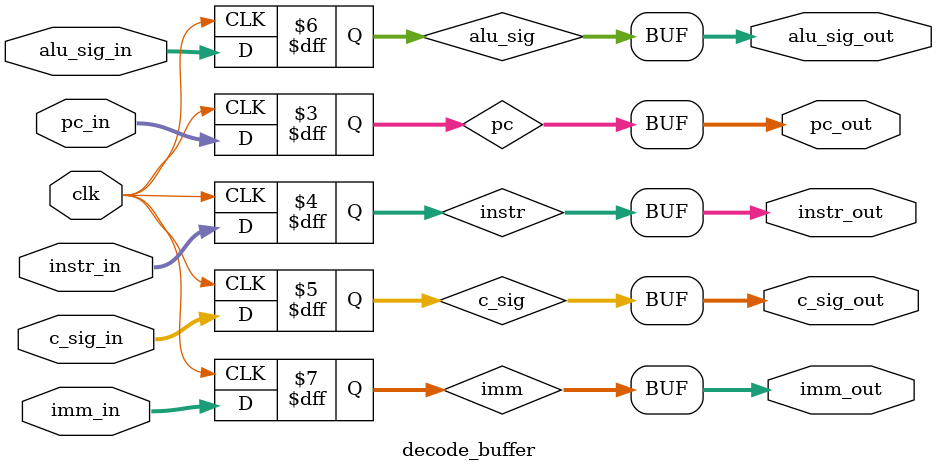
<source format=v>
module decode_buffer
#(
    parameter ADDR_WIDTH = 12,
              INSTR_WIDTH = 32,
              C_SIG_WIDTH = 7,
              ALU_SIG_WIDTH = 3
)
(
  input wire clk,
  input wire [ADDR_WIDTH-1: 0] pc_in,
  input wire [INSTR_WIDTH-1: 0] instr_in,
  input wire [C_SIG_WIDTH-1: 0] c_sig_in,
  input wire [ALU_SIG_WIDTH-1: 0] alu_sig_in,
  input wire [31:0] imm_in,
  
  output wire [ADDR_WIDTH-1: 0] pc_out,
  output wire [INSTR_WIDTH-1: 0] instr_out,
  output wire [C_SIG_WIDTH-1: 0] c_sig_out,
  output wire [ALU_SIG_WIDTH-1: 0] alu_sig_out,
  output wire [31:0] imm_out
);
  
  reg [ADDR_WIDTH-1: 0] pc;
  reg [INSTR_WIDTH-1: 0] instr;
  reg [C_SIG_WIDTH-1: 0] c_sig;
  reg [ALU_SIG_WIDTH-1: 0] alu_sig;
  reg [31: 0] imm;
  
  
  initial begin
    pc = 0;
    instr = 0;
    c_sig = 0;
    alu_sig = 0;
    imm = 0;
  end
  
  always@(posedge clk) begin
    pc <= pc_in;
    instr <= instr_in;
    c_sig <= c_sig_in;
    alu_sig <= alu_sig_in;
    imm <= imm_in;
    
  end

  assign pc_out = pc;
  assign instr_out = instr;
  assign c_sig_out = c_sig;
  assign alu_sig_out = alu_sig;
  assign imm_out = imm;

endmodule

</source>
